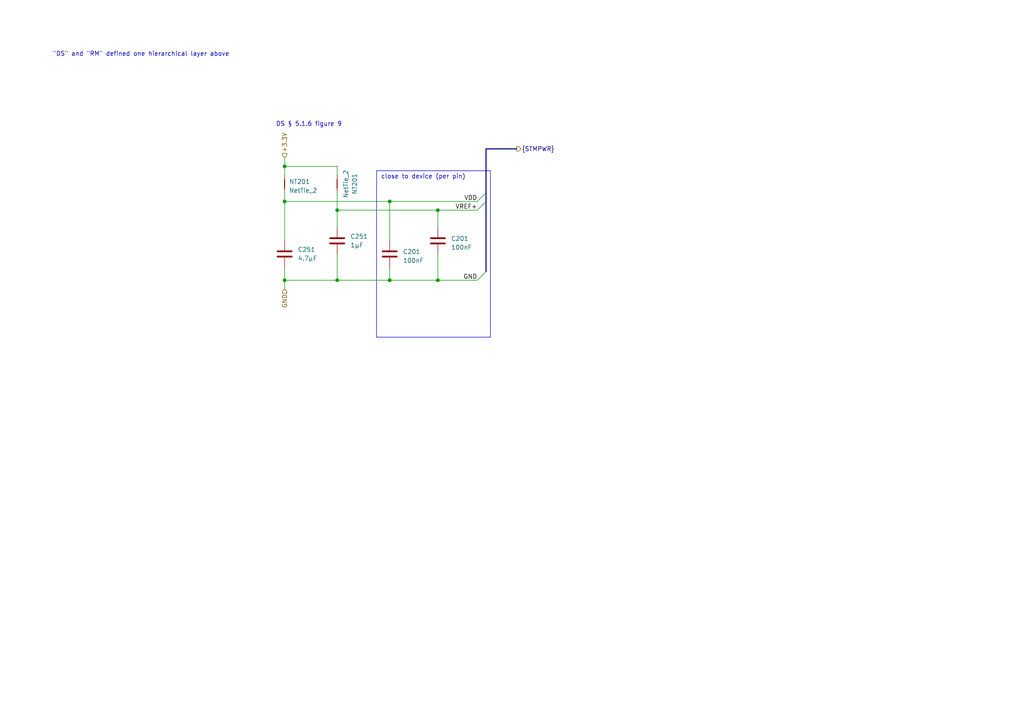
<source format=kicad_sch>
(kicad_sch (version 20230121) (generator eeschema)
  (paper "A4")
  (lib_symbols
    (symbol "Device:C" (pin_numbers hide) (pin_names (offset 0.254))
      (property "Reference" "C" (at 0.635 2.54 0))
      (property "Value" "C" (at 0.635 -2.54 0))
      (symbol "C_0_1"
        (polyline (pts (xy -2.032 -0.762) (xy 2.032 -0.762)) (stroke (width 0.508)))
        (polyline (pts (xy -2.032 0.762) (xy 2.032 0.762)) (stroke (width 0.508)))
      )
      (symbol "C_1_1"
        (pin passive line (at 0 3.81 270) (length 2.794) (name "~") (number "1"))
        (pin passive line (at 0 -3.81 90) (length 2.794) (name "~") (number "2"))
      )
    )
    (symbol "Device:NetTie_2" (pin_numbers hide) (pin_names (offset 0) hide)
      (property "Reference" "NT" (at 0 1.27 0))
      (property "Value" "NetTie_2" (at 0 -1.27 0))
      (symbol "NetTie_2_0_1"
        (polyline (pts (xy -1.27 0) (xy 1.27 0)) (stroke (width 0.254)))
      )
      (symbol "NetTie_2_1_1"
        (pin passive line (at -2.54 0 0) (length 2.54) (name "1") (number "1"))
        (pin passive line (at 2.54 0 180) (length 2.54) (name "2") (number "2"))
      )
    )
  )
  (junction (at 113.03 81.28))
  (junction (at 113.03 58.42))
  (junction (at 127 81.28))
  (junction (at 82.55 58.42))
  (junction (at 97.79 60.96))
  (junction (at 97.79 81.28))
  (junction (at 82.55 81.28))
  (junction (at 82.55 48.26))
  (junction (at 127 60.96))
  (bus_entry (at 140.97 58.42) (size -2.54 2.54))
  (bus_entry (at 140.97 78.74) (size -2.54 2.54))
  (bus_entry (at 140.97 55.88) (size -2.54 2.54))
  (wire (pts (xy 113.03 81.28) (xy 127 81.28)))
  (wire (pts (xy 82.55 81.28) (xy 82.55 77.47)))
  (bus (pts (xy 140.97 43.18) (xy 140.97 55.88)))
  (wire (pts (xy 82.55 81.28) (xy 82.55 83.82)))
  (bus (pts (xy 140.97 58.42) (xy 140.97 78.74)))
  (wire (pts (xy 82.55 81.28) (xy 97.79 81.28)))
  (wire (pts (xy 127 73.66) (xy 127 81.28)))
  (wire (pts (xy 97.79 60.96) (xy 97.79 66.04)))
  (polyline (pts (xy 142.24 49.53) (xy 142.24 97.79)))
  (wire (pts (xy 97.79 73.66) (xy 97.79 81.28)))
  (wire (pts (xy 82.55 45.72) (xy 82.55 48.26)))
  (wire (pts (xy 82.55 55.88) (xy 82.55 58.42)))
  (wire (pts (xy 97.79 81.28) (xy 113.03 81.28)))
  (wire (pts (xy 113.03 58.42) (xy 138.43 58.42)))
  (wire (pts (xy 97.79 55.88) (xy 97.79 60.96)))
  (bus (pts (xy 140.97 43.18) (xy 149.86 43.18)))
  (wire (pts (xy 127 60.96) (xy 127 66.04)))
  (wire (pts (xy 82.55 48.26) (xy 97.79 48.26)))
  (wire (pts (xy 113.03 77.47) (xy 113.03 81.28)))
  (bus (pts (xy 140.97 55.88) (xy 140.97 58.42)))
  (wire (pts (xy 82.55 58.42) (xy 82.55 69.85)))
  (polyline (pts (xy 109.22 49.53) (xy 109.22 97.79)))
  (wire (pts (xy 127 60.96) (xy 138.43 60.96)))
  (wire (pts (xy 127 81.28) (xy 138.43 81.28)))
  (polyline (pts (xy 109.22 97.79) (xy 142.24 97.79)))
  (wire (pts (xy 113.03 58.42) (xy 113.03 69.85)))
  (wire (pts (xy 97.79 60.96) (xy 127 60.96)))
  (wire (pts (xy 82.55 58.42) (xy 113.03 58.42)))
  (polyline (pts (xy 142.24 49.53) (xy 109.22 49.53)))
  (wire (pts (xy 82.55 48.26) (xy 82.55 50.8)))
  (wire (pts (xy 97.79 48.26) (xy 97.79 50.8)))
  (text "\"DS\" and \"RM\" defined one hierarchical layer above" (at 15.24 16.51 0) (effects (font (size 1.27 1.27)) (justify left bottom)))
  (text "close to device (per pin)" (at 110.49 52.07 0) (effects (font (size 1.27 1.27)) (justify left bottom)))
  (text "DS § 5.1.6 figure 9" (at 80.01 36.83 0) (effects (font (size 1.27 1.27)) (justify left bottom)))
  (label "GND" (at 138.43 81.28 180))
  (label "VDD" (at 138.43 58.42 180))
  (label "VREF+" (at 138.43 60.96 180))
  (hierarchical_label "{STMPWR}" (shape output) (at 149.86 43.18 0))
  (hierarchical_label "GND" (shape input) (at 82.55 83.82 270))
  (hierarchical_label "+3.3V" (shape input) (at 82.55 45.72 90))
  (symbol (lib_id "Device:C") (at 97.79 69.85 0) (unit 1)
    (property "Reference" "C251" (at 101.6 68.58 0) (effects (justify left)))
    (property "Value" "1µF" (at 101.6 71.12 0) (effects (justify left)))
    (property "Footprint" "Capacitor_SMD:C_0603_1608Metric" (effects hide))
    (property "LCSC" "C15849" (effects hide))
    (instances (project "bigredbutton" (path "" (reference "C251") (unit 1))) (project "enocean-heater-control" (path "" (reference "C252") (unit 1))))
  )
  (symbol (lib_id "Device:C") (at 82.55 73.66 0) (unit 1)
    (property "Reference" "C251" (at 86.36 72.39 0) (effects (justify left)))
    (property "Value" "4.7µF" (at 86.36 74.93 0) (effects (justify left)))
    (property "Footprint" "Capacitor_SMD:C_0603_1608Metric" (effects hide))
    (property "LCSC" "C19666" (effects hide))
  )
  (symbol (lib_id "Device:C") (at 127 69.85 0) (unit 1)
    (property "Reference" "C201" (at 130.81 69.215 0) (effects (justify left)))
    (property "Value" "100nF" (at 130.81 71.755 0) (effects (justify left)))
    (property "Footprint" "Capacitor_SMD:C_0402_1005Metric" (effects hide))
    (property "LCSC" "C307331" (effects hide))
    (instances (project "bigredbutton" (path "" (reference "C201") (unit 1))) (project "enocean-heater-control" (path "" (reference "C202") (unit 1))))
  )
  (symbol (lib_id "Device:C") (at 113.03 73.66 0) (unit 1)
    (property "Reference" "C201" (at 116.84 73.025 0) (effects (justify left)))
    (property "Value" "100nF" (at 116.84 75.565 0) (effects (justify left)))
    (property "Footprint" "Capacitor_SMD:C_0402_1005Metric" (effects hide))
    (property "LCSC" "C307331" (effects hide))
  )
  (symbol (lib_id "Device:NetTie_2") (at 82.55 53.34 90) (unit 1)
    (property "Reference" "NT201" (at 83.82 52.705 90) (effects (justify right)))
    (property "Value" "NetTie_2" (at 83.82 55.245 90) (effects (justify right)))
    (property "Footprint" "NetTie:NetTie-2_SMD_Pad0.5mm" (effects hide))
  )
  (symbol (lib_id "Device:NetTie_2") (at 97.79 53.34 90) (mirror x) (unit 1)
    (property "Reference" "NT201" (at 102.87 53.34 0))
    (property "Value" "NetTie_2" (at 100.33 53.34 0))
    (property "Footprint" "NetTie:NetTie-2_SMD_Pad0.5mm" (effects hide))
    (instances (project "bigredbutton" (path "" (reference "NT201") (unit 1))) (project "enocean-heater-control" (path "" (reference "NT202") (unit 1))))
  )
)
</source>
